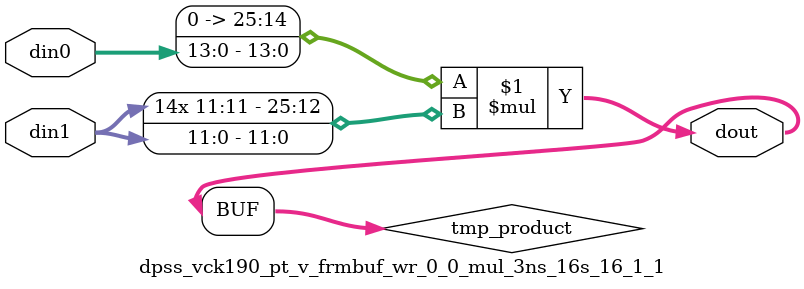
<source format=v>

`timescale 1 ns / 1 ps

  module dpss_vck190_pt_v_frmbuf_wr_0_0_mul_3ns_16s_16_1_1(din0, din1, dout);
parameter ID = 1;
parameter NUM_STAGE = 0;
parameter din0_WIDTH = 14;
parameter din1_WIDTH = 12;
parameter dout_WIDTH = 26;

input [din0_WIDTH - 1 : 0] din0; 
input [din1_WIDTH - 1 : 0] din1; 
output [dout_WIDTH - 1 : 0] dout;

wire signed [dout_WIDTH - 1 : 0] tmp_product;











assign tmp_product = $signed({1'b0, din0}) * $signed(din1);










assign dout = tmp_product;







endmodule

</source>
